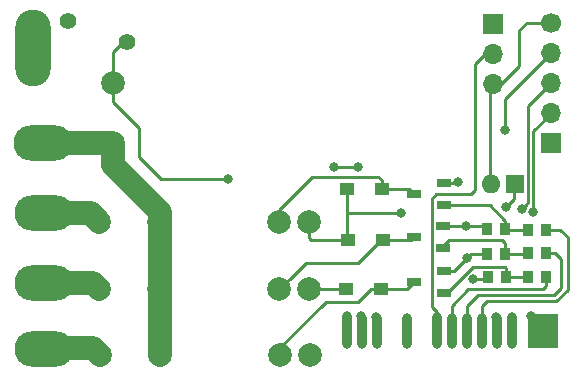
<source format=gbr>
G04 #@! TF.GenerationSoftware,KiCad,Pcbnew,(5.0.2)-1*
G04 #@! TF.CreationDate,2019-05-25T20:10:37+08:00*
G04 #@! TF.ProjectId,3RELAY,3352454c-4159-42e6-9b69-6361645f7063,rev?*
G04 #@! TF.SameCoordinates,Original*
G04 #@! TF.FileFunction,Copper,L1,Top*
G04 #@! TF.FilePolarity,Positive*
%FSLAX46Y46*%
G04 Gerber Fmt 4.6, Leading zero omitted, Abs format (unit mm)*
G04 Created by KiCad (PCBNEW (5.0.2)-1) date 2019-05-25 20:10:37*
%MOMM*%
%LPD*%
G01*
G04 APERTURE LIST*
G04 #@! TA.AperFunction,SMDPad,CuDef*
%ADD10R,0.930000X0.980000*%
G04 #@! TD*
G04 #@! TA.AperFunction,ComponentPad*
%ADD11C,2.000000*%
G04 #@! TD*
G04 #@! TA.AperFunction,SMDPad,CuDef*
%ADD12O,0.800000X3.000000*%
G04 #@! TD*
G04 #@! TA.AperFunction,SMDPad,CuDef*
%ADD13R,2.500000X3.000000*%
G04 #@! TD*
G04 #@! TA.AperFunction,ComponentPad*
%ADD14R,1.700000X1.700000*%
G04 #@! TD*
G04 #@! TA.AperFunction,ComponentPad*
%ADD15O,1.700000X1.700000*%
G04 #@! TD*
G04 #@! TA.AperFunction,ComponentPad*
%ADD16C,1.700000*%
G04 #@! TD*
G04 #@! TA.AperFunction,SMDPad,CuDef*
%ADD17R,1.250000X1.000000*%
G04 #@! TD*
G04 #@! TA.AperFunction,SMDPad,CuDef*
%ADD18R,1.250000X0.700000*%
G04 #@! TD*
G04 #@! TA.AperFunction,ComponentPad*
%ADD19O,5.000000X3.000000*%
G04 #@! TD*
G04 #@! TA.AperFunction,ComponentPad*
%ADD20O,1.600000X1.600000*%
G04 #@! TD*
G04 #@! TA.AperFunction,ComponentPad*
%ADD21R,1.600000X1.600000*%
G04 #@! TD*
G04 #@! TA.AperFunction,ComponentPad*
%ADD22O,3.000000X6.500000*%
G04 #@! TD*
G04 #@! TA.AperFunction,ComponentPad*
%ADD23C,1.400000*%
G04 #@! TD*
G04 #@! TA.AperFunction,ViaPad*
%ADD24C,0.800000*%
G04 #@! TD*
G04 #@! TA.AperFunction,Conductor*
%ADD25C,0.250000*%
G04 #@! TD*
G04 #@! TA.AperFunction,Conductor*
%ADD26C,2.000000*%
G04 #@! TD*
G04 APERTURE END LIST*
D10*
G04 #@! TO.P,R2,2*
G04 #@! TO.N,Net-(Q1-Pad1)*
X172575980Y-118836440D03*
G04 #@! TO.P,R2,1*
G04 #@! TO.N,GND*
X171035980Y-118836440D03*
G04 #@! TD*
D11*
G04 #@! TO.P,K1,4*
G04 #@! TO.N,L1*
X138200280Y-118220640D03*
G04 #@! TO.P,K1,2*
G04 #@! TO.N,Net-(D1-Pad1)*
X153440280Y-118220640D03*
G04 #@! TO.P,K1,1*
G04 #@! TO.N,VCC*
X155980280Y-118220640D03*
G04 #@! TO.P,K1,3*
G04 #@! TO.N,L*
X143280280Y-118220640D03*
G04 #@! TD*
G04 #@! TO.P,K2,3*
G04 #@! TO.N,L*
X143283940Y-123926600D03*
G04 #@! TO.P,K2,1*
G04 #@! TO.N,VCC*
X155983940Y-123926600D03*
G04 #@! TO.P,K2,2*
G04 #@! TO.N,Net-(D2-Pad1)*
X153443940Y-123926600D03*
G04 #@! TO.P,K2,4*
G04 #@! TO.N,L2*
X138203940Y-123926600D03*
G04 #@! TD*
G04 #@! TO.P,K3,4*
G04 #@! TO.N,L3*
X138235840Y-129440940D03*
G04 #@! TO.P,K3,2*
G04 #@! TO.N,Net-(D3-Pad1)*
X153475840Y-129440940D03*
G04 #@! TO.P,K3,1*
G04 #@! TO.N,VCC*
X156015840Y-129440940D03*
G04 #@! TO.P,K3,3*
G04 #@! TO.N,L*
X143315840Y-129440940D03*
G04 #@! TD*
D10*
G04 #@! TO.P,R4,2*
G04 #@! TO.N,Net-(Q2-Pad1)*
X172573060Y-120904000D03*
G04 #@! TO.P,R4,1*
G04 #@! TO.N,GND*
X171033060Y-120904000D03*
G04 #@! TD*
G04 #@! TO.P,R3,1*
G04 #@! TO.N,Net-(Q2-Pad1)*
X174472220Y-120845580D03*
G04 #@! TO.P,R3,2*
G04 #@! TO.N,D6*
X176012220Y-120845580D03*
G04 #@! TD*
G04 #@! TO.P,R1,1*
G04 #@! TO.N,Net-(Q1-Pad1)*
X174464980Y-118856760D03*
G04 #@! TO.P,R1,2*
G04 #@! TO.N,D7*
X176004980Y-118856760D03*
G04 #@! TD*
G04 #@! TO.P,R6,2*
G04 #@! TO.N,Net-(Q3-Pad1)*
X172634020Y-122844560D03*
G04 #@! TO.P,R6,1*
G04 #@! TO.N,GND*
X171094020Y-122844560D03*
G04 #@! TD*
G04 #@! TO.P,R5,1*
G04 #@! TO.N,Net-(Q3-Pad1)*
X174502320Y-122867420D03*
G04 #@! TO.P,R5,2*
G04 #@! TO.N,D5*
X176042320Y-122867420D03*
G04 #@! TD*
D12*
G04 #@! TO.P,U1,6*
G04 #@! TO.N,D4*
X166751000Y-127424180D03*
G04 #@! TO.P,U1,10*
G04 #@! TO.N,A4*
X161671000Y-127424180D03*
G04 #@! TO.P,U1,5*
G04 #@! TO.N,D5*
X168021000Y-127424180D03*
G04 #@! TO.P,U1,4*
G04 #@! TO.N,D6*
X169291000Y-127424180D03*
G04 #@! TO.P,U1,11*
G04 #@! TO.N,A3*
X160401000Y-127424180D03*
G04 #@! TO.P,U1,1*
G04 #@! TO.N,VCC*
X173101000Y-127424180D03*
G04 #@! TO.P,U1,2*
G04 #@! TO.N,GND*
X171831000Y-127424180D03*
G04 #@! TO.P,U1,3*
G04 #@! TO.N,D7*
X170561000Y-127424180D03*
G04 #@! TO.P,U1,8*
G04 #@! TO.N,D2*
X164211000Y-127424180D03*
D13*
G04 #@! TO.P,U1,2*
G04 #@! TO.N,GND*
X175747680Y-127424180D03*
D12*
G04 #@! TO.P,U1,12*
G04 #@! TO.N,A2*
X159131000Y-127424180D03*
G04 #@! TD*
D14*
G04 #@! TO.P,J7,1*
G04 #@! TO.N,GND*
X171551600Y-101467920D03*
D15*
G04 #@! TO.P,J7,2*
G04 #@! TO.N,D4*
X171551600Y-104007920D03*
G04 #@! TO.P,J7,3*
G04 #@! TO.N,VCC*
X171551600Y-106547920D03*
G04 #@! TD*
D16*
G04 #@! TO.P,J4,1*
G04 #@! TO.N,VCC*
X176471580Y-101335840D03*
D15*
G04 #@! TO.P,J4,2*
G04 #@! TO.N,A2*
X176471580Y-103875840D03*
G04 #@! TO.P,J4,3*
G04 #@! TO.N,A3*
X176471580Y-106415840D03*
G04 #@! TO.P,J4,4*
G04 #@! TO.N,A4*
X176471580Y-108955840D03*
D14*
G04 #@! TO.P,J4,5*
G04 #@! TO.N,GND*
X176471580Y-111495840D03*
G04 #@! TD*
D17*
G04 #@! TO.P,D3,1*
G04 #@! TO.N,Net-(D3-Pad1)*
X162059620Y-123891040D03*
G04 #@! TO.P,D3,2*
G04 #@! TO.N,VCC*
X159109620Y-123891040D03*
G04 #@! TD*
D18*
G04 #@! TO.P,Q3,1*
G04 #@! TO.N,Net-(Q3-Pad1)*
X167363460Y-124246680D03*
G04 #@! TO.P,Q3,2*
G04 #@! TO.N,GND*
X167363460Y-122346680D03*
G04 #@! TO.P,Q3,3*
G04 #@! TO.N,Net-(D3-Pad1)*
X164863460Y-123296680D03*
G04 #@! TD*
D19*
G04 #@! TO.P,J6,1*
G04 #@! TO.N,L3*
X133497320Y-128998980D03*
G04 #@! TD*
D20*
G04 #@! TO.P,C1,1*
G04 #@! TO.N,VCC*
X171353480Y-114965480D03*
D21*
G04 #@! TO.P,C1,2*
G04 #@! TO.N,GND*
X173353480Y-114965480D03*
G04 #@! TD*
D17*
G04 #@! TO.P,D2,1*
G04 #@! TO.N,Net-(D2-Pad1)*
X162177520Y-119755920D03*
G04 #@! TO.P,D2,2*
G04 #@! TO.N,VCC*
X159227520Y-119755920D03*
G04 #@! TD*
D18*
G04 #@! TO.P,Q2,1*
G04 #@! TO.N,Net-(Q2-Pad1)*
X167337740Y-120456960D03*
G04 #@! TO.P,Q2,2*
G04 #@! TO.N,GND*
X167337740Y-118556960D03*
G04 #@! TO.P,Q2,3*
G04 #@! TO.N,Net-(D2-Pad1)*
X164837740Y-119506960D03*
G04 #@! TD*
D19*
G04 #@! TO.P,J5,1*
G04 #@! TO.N,L2*
X133520180Y-123398280D03*
G04 #@! TD*
D22*
G04 #@! TO.P,J3,1*
G04 #@! TO.N,N*
X132618480Y-103451660D03*
G04 #@! TD*
D19*
G04 #@! TO.P,J2,1*
G04 #@! TO.N,L1*
X133507480Y-117475000D03*
G04 #@! TD*
G04 #@! TO.P,J1,1*
G04 #@! TO.N,L*
X133464300Y-111500000D03*
G04 #@! TD*
D11*
G04 #@! TO.P,F1,1*
G04 #@! TO.N,Net-(F1-Pad1)*
X139334240Y-106433620D03*
G04 #@! TO.P,F1,2*
G04 #@! TO.N,L*
X139324240Y-111513620D03*
G04 #@! TD*
D23*
G04 #@! TO.P,TH1,1*
G04 #@! TO.N,Net-(F1-Pad1)*
X140573760Y-102974140D03*
G04 #@! TO.P,TH1,2*
G04 #@! TO.N,N*
X135573760Y-101174140D03*
G04 #@! TD*
D17*
G04 #@! TO.P,D1,1*
G04 #@! TO.N,Net-(D1-Pad1)*
X162103860Y-115445540D03*
G04 #@! TO.P,D1,2*
G04 #@! TO.N,VCC*
X159153860Y-115445540D03*
G04 #@! TD*
D18*
G04 #@! TO.P,Q1,3*
G04 #@! TO.N,Net-(D1-Pad1)*
X164865680Y-115859520D03*
G04 #@! TO.P,Q1,2*
G04 #@! TO.N,GND*
X167365680Y-114909520D03*
G04 #@! TO.P,Q1,1*
G04 #@! TO.N,Net-(Q1-Pad1)*
X167365680Y-116809520D03*
G04 #@! TD*
D24*
G04 #@! TO.N,GND*
X171810680Y-126238000D03*
X174779940Y-126197360D03*
X169245280Y-118567200D03*
X169834560Y-123085860D03*
X169308780Y-121267220D03*
X168600120Y-114808000D03*
X172608240Y-116961920D03*
X160060640Y-113525300D03*
X158026100Y-113525300D03*
G04 #@! TO.N,Net-(F1-Pad1)*
X149100540Y-114612420D03*
G04 #@! TO.N,VCC*
X173113700Y-126250700D03*
X163746180Y-117444520D03*
G04 #@! TO.N,A2*
X159138620Y-126144020D03*
X172562520Y-110459518D03*
G04 #@! TO.N,A3*
X160390840Y-126212600D03*
X173977300Y-117078762D03*
G04 #@! TO.N,A4*
X161645600Y-126227840D03*
X174947594Y-117350540D03*
G04 #@! TO.N,D4*
X166784020Y-126245620D03*
G04 #@! TD*
D25*
G04 #@! TO.N,Net-(Q1-Pad1)*
X172596300Y-118856760D02*
X172575980Y-118836440D01*
X174464980Y-118856760D02*
X172596300Y-118856760D01*
X168240680Y-116809520D02*
X167365680Y-116809520D01*
X171289060Y-116809520D02*
X168240680Y-116809520D01*
X172575980Y-118096440D02*
X171289060Y-116809520D01*
X172575980Y-118836440D02*
X172575980Y-118096440D01*
G04 #@! TO.N,GND*
X171094020Y-120964960D02*
X171033060Y-120904000D01*
X170756500Y-118556960D02*
X171035980Y-118836440D01*
X167337740Y-118556960D02*
X170756500Y-118556960D01*
X170318060Y-120904000D02*
X171033060Y-120904000D01*
X169681140Y-120904000D02*
X170318060Y-120904000D01*
X168238460Y-122346680D02*
X169681140Y-120904000D01*
X167363460Y-122346680D02*
X168238460Y-122346680D01*
X170852720Y-123085860D02*
X171094020Y-122844560D01*
X169834560Y-123085860D02*
X170852720Y-123085860D01*
X167640680Y-114909520D02*
X167365680Y-114909520D01*
X168498600Y-114909520D02*
X168600120Y-114808000D01*
X167365680Y-114909520D02*
X168498600Y-114909520D01*
X173266100Y-114486440D02*
X173315380Y-114437160D01*
X172608240Y-116961920D02*
X173266100Y-116304060D01*
X173266100Y-116304060D02*
X173266100Y-114486440D01*
X160060640Y-113525300D02*
X160060640Y-113525300D01*
X160060640Y-113525300D02*
X158026100Y-113525300D01*
G04 #@! TO.N,D7*
X176719980Y-118856760D02*
X176004980Y-118856760D01*
X177243740Y-118856760D02*
X176719980Y-118856760D01*
X170586400Y-125310960D02*
X170992860Y-124904500D01*
X170586400Y-127060960D02*
X170586400Y-125310960D01*
X170992860Y-124904500D02*
X176903380Y-124904500D01*
X176903380Y-124904500D02*
X177848260Y-123959620D01*
X177848260Y-123959620D02*
X177848260Y-119461280D01*
X177848260Y-119461280D02*
X177243740Y-118856760D01*
G04 #@! TO.N,Net-(F1-Pad1)*
X139031820Y-106598720D02*
X139169140Y-106598720D01*
X139169140Y-106598720D02*
X139334240Y-106433620D01*
X140190220Y-102974140D02*
X140573760Y-102974140D01*
X139334240Y-106433620D02*
X139334240Y-103830120D01*
X139334240Y-103830120D02*
X140190220Y-102974140D01*
X149100540Y-114612420D02*
X149100540Y-114612420D01*
X143408400Y-114612420D02*
X149100540Y-114612420D01*
X141523720Y-112727740D02*
X143408400Y-114612420D01*
X141523720Y-110220760D02*
X141523720Y-112727740D01*
X139334240Y-106433620D02*
X139334240Y-108031280D01*
X139334240Y-108031280D02*
X141523720Y-110220760D01*
D26*
G04 #@! TO.N,L*
X139310620Y-111500000D02*
X139324240Y-111513620D01*
X133464300Y-111500000D02*
X139310620Y-111500000D01*
X139324240Y-113362900D02*
X139324240Y-111513620D01*
X143315840Y-129440940D02*
X143315840Y-117354500D01*
X143315840Y-117354500D02*
X139324240Y-113362900D01*
G04 #@! TO.N,L1*
X137454640Y-117475000D02*
X133507480Y-117475000D01*
X138200280Y-118220640D02*
X137454640Y-117475000D01*
D25*
G04 #@! TO.N,VCC*
X156453840Y-124396500D02*
X155983940Y-123926600D01*
X156079340Y-129504440D02*
X156015840Y-129440940D01*
X159153860Y-119682260D02*
X159227520Y-119755920D01*
X159074060Y-123926600D02*
X159109620Y-123891040D01*
X155983940Y-123926600D02*
X159074060Y-123926600D01*
X155980280Y-119582080D02*
X155980280Y-118220640D01*
X159227520Y-119755920D02*
X156154120Y-119755920D01*
X156154120Y-119755920D02*
X155980280Y-119582080D01*
X171456600Y-106642920D02*
X171551600Y-106547920D01*
X176441100Y-101429820D02*
X176441100Y-101658420D01*
X171315380Y-106784140D02*
X171551600Y-106547920D01*
X171315380Y-114437160D02*
X171315380Y-106784140D01*
X159153860Y-117444520D02*
X163746180Y-117444520D01*
X159153860Y-117444520D02*
X159153860Y-119682260D01*
X159153860Y-115445540D02*
X159153860Y-117444520D01*
X163746180Y-117444520D02*
X163746180Y-117444520D01*
X174421800Y-101335840D02*
X176471580Y-101335840D01*
X173763940Y-101993700D02*
X174421800Y-101335840D01*
X173763940Y-105008680D02*
X173763940Y-101993700D01*
X171551600Y-106547920D02*
X172224700Y-106547920D01*
X172224700Y-106547920D02*
X173763940Y-105008680D01*
G04 #@! TO.N,A2*
X172562520Y-108734860D02*
X172562520Y-110459518D01*
X176471580Y-103875840D02*
X172562520Y-107784900D01*
X172562520Y-107784900D02*
X172562520Y-108734860D01*
D26*
G04 #@! TO.N,L2*
X137675620Y-123398280D02*
X138203940Y-123926600D01*
X133520180Y-123398280D02*
X137675620Y-123398280D01*
D25*
G04 #@! TO.N,Net-(Q2-Pad1)*
X174413800Y-120904000D02*
X174472220Y-120845580D01*
X172573060Y-120904000D02*
X174413800Y-120904000D01*
X167337740Y-120215660D02*
X167337740Y-120456960D01*
X167777160Y-119776240D02*
X167337740Y-120215660D01*
X172318680Y-119776240D02*
X167777160Y-119776240D01*
X172573060Y-120904000D02*
X172573060Y-120030620D01*
X172573060Y-120030620D02*
X172318680Y-119776240D01*
G04 #@! TO.N,D6*
X170253290Y-124374070D02*
X176699750Y-124374070D01*
X169316400Y-127060960D02*
X169316400Y-125310960D01*
X169316400Y-125310960D02*
X170253290Y-124374070D01*
X176699750Y-124374070D02*
X177289460Y-123784360D01*
X177289460Y-123784360D02*
X177289460Y-121320560D01*
X176814480Y-120845580D02*
X176012220Y-120845580D01*
X177289460Y-121320560D02*
X176814480Y-120845580D01*
G04 #@! TO.N,A3*
X174497584Y-116558478D02*
X174377299Y-116678763D01*
X174377299Y-116678763D02*
X173977300Y-117078762D01*
X174497584Y-108389836D02*
X174497584Y-116558478D01*
X176471580Y-106415840D02*
X174497584Y-108389836D01*
G04 #@! TO.N,Net-(D2-Pad1)*
X164588780Y-119755920D02*
X164837740Y-119506960D01*
X162177520Y-119755920D02*
X164588780Y-119755920D01*
X154443939Y-122926601D02*
X153443940Y-123926600D01*
X155674060Y-121696480D02*
X154443939Y-122926601D01*
X160111960Y-121696480D02*
X155674060Y-121696480D01*
X162177520Y-119755920D02*
X162052520Y-119755920D01*
X162052520Y-119755920D02*
X160111960Y-121696480D01*
G04 #@! TO.N,Net-(D1-Pad1)*
X153092300Y-117820440D02*
X153092300Y-117397380D01*
X153440280Y-118220640D02*
X153440280Y-117493900D01*
X164451700Y-115445540D02*
X164865680Y-115859520D01*
X162103860Y-115445540D02*
X164451700Y-115445540D01*
X153440280Y-117217040D02*
X153440280Y-118220640D01*
X156243020Y-114414300D02*
X153440280Y-117217040D01*
X161818320Y-114414300D02*
X156243020Y-114414300D01*
X162103860Y-115445540D02*
X162103860Y-114699840D01*
X162103860Y-114699840D02*
X161818320Y-114414300D01*
D26*
G04 #@! TO.N,L3*
X137684660Y-128889760D02*
X138235840Y-129440940D01*
X133482080Y-128889760D02*
X137684660Y-128889760D01*
D25*
G04 #@! TO.N,Net-(D3-Pad1)*
X164269100Y-123891040D02*
X164863460Y-123296680D01*
X162059620Y-123891040D02*
X164269100Y-123891040D01*
X153360120Y-129325220D02*
X153475840Y-129440940D01*
X153360120Y-128991360D02*
X153360120Y-129325220D01*
X157363160Y-124988320D02*
X153360120Y-128991360D01*
X160087340Y-124988320D02*
X157363160Y-124988320D01*
X162059620Y-123891040D02*
X161184620Y-123891040D01*
X161184620Y-123891040D02*
X160087340Y-124988320D01*
G04 #@! TO.N,Net-(Q3-Pad1)*
X174479460Y-122844560D02*
X174502320Y-122867420D01*
X172634020Y-122844560D02*
X174479460Y-122844560D01*
X167638460Y-124246680D02*
X167363460Y-124246680D01*
X169855581Y-122029559D02*
X167638460Y-124246680D01*
X172559019Y-122029559D02*
X169855581Y-122029559D01*
X172634020Y-122104560D02*
X172559019Y-122029559D01*
X172634020Y-122844560D02*
X172634020Y-122104560D01*
G04 #@! TO.N,D5*
X168046400Y-125310960D02*
X168046400Y-127060960D01*
X169433300Y-123924060D02*
X168046400Y-125310960D01*
X175725680Y-123924060D02*
X169433300Y-123924060D01*
X176042320Y-123607420D02*
X175725680Y-123924060D01*
X176042320Y-122867420D02*
X176042320Y-123607420D01*
G04 #@! TO.N,A4*
X174947594Y-110543326D02*
X174947594Y-116784855D01*
X174947594Y-116784855D02*
X174947594Y-117350540D01*
X176441100Y-109049820D02*
X174947594Y-110543326D01*
G04 #@! TO.N,D4*
X170815000Y-104007920D02*
X171551600Y-104007920D01*
X169986960Y-104835960D02*
X170815000Y-104007920D01*
X169986960Y-112085120D02*
X169986960Y-104835960D01*
X169986960Y-112562640D02*
X169986960Y-112085120D01*
X169986960Y-115519200D02*
X169986960Y-112085120D01*
X166351001Y-125449372D02*
X166351001Y-116264197D01*
X166751000Y-125849371D02*
X166351001Y-125449372D01*
X166351001Y-116264197D02*
X166735318Y-115879880D01*
X166751000Y-127424180D02*
X166751000Y-125849371D01*
X166735318Y-115879880D02*
X169626280Y-115879880D01*
X169626280Y-115879880D02*
X169986960Y-115519200D01*
G04 #@! TD*
M02*

</source>
